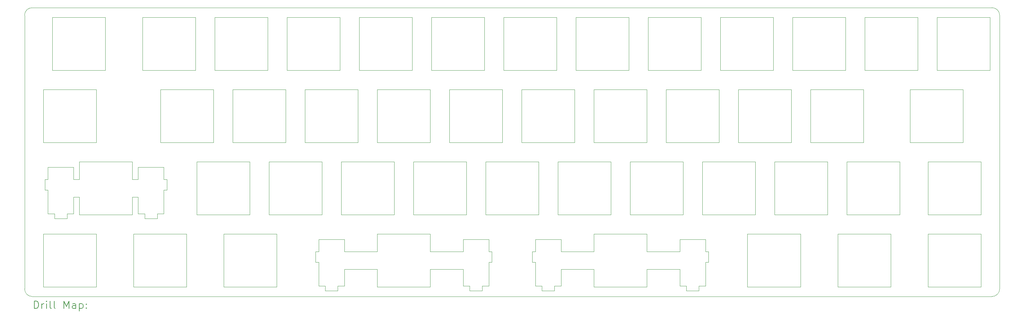
<source format=gbr>
%TF.GenerationSoftware,KiCad,Pcbnew,7.0.7-7.0.7~ubuntu23.04.1*%
%TF.CreationDate,Date%
%TF.ProjectId,plate,706c6174-652e-46b6-9963-61645f706362,rev?*%
%TF.SameCoordinates,Original*%
%TF.FileFunction,Drillmap*%
%TF.FilePolarity,Positive*%
%FSLAX45Y45*%
G04 Gerber Fmt 4.5, Leading zero omitted, Abs format (unit mm)*
G04 Created by KiCad*
%MOMM*%
%LPD*%
G01*
G04 APERTURE LIST*
%ADD10C,0.100000*%
%ADD11C,0.200000*%
G04 APERTURE END LIST*
D10*
X20762609Y-7517285D02*
X22162609Y-7517285D01*
X17905109Y-9422295D02*
X19305109Y-9422295D01*
X14066309Y-5612285D02*
X14066309Y-7012215D01*
X10256309Y-7012215D02*
X8856379Y-7012215D01*
X4779449Y-10352325D02*
X4931999Y-10352325D01*
X18352609Y-11797335D02*
X18352609Y-11327285D01*
X6951379Y-7012215D02*
X6951379Y-5612285D01*
X3379499Y-10352325D02*
X3379499Y-10822235D01*
X22400709Y-12727231D02*
X21000609Y-12727231D01*
X19810109Y-9422295D02*
X21210109Y-9422295D01*
X12666409Y-7012215D02*
X12666409Y-5612285D01*
X7189509Y-12727231D02*
X7189509Y-11327285D01*
X5522629Y-7517285D02*
X6922559Y-7517285D01*
X21000609Y-12727231D02*
X21000609Y-11327285D01*
X14007609Y-12704218D02*
X14180009Y-12704218D01*
X2724518Y-10919245D02*
X3054419Y-10919245D01*
X14262609Y-11797335D02*
X14180009Y-11797335D01*
X5606949Y-9569315D02*
X4931999Y-9569315D01*
X13505009Y-11797335D02*
X12637609Y-11797335D01*
X13677609Y-12704218D02*
X13677609Y-12824245D01*
X4065079Y-5612285D02*
X4065079Y-7012215D01*
X18381409Y-5612285D02*
X19781309Y-5612285D01*
X23591309Y-7012215D02*
X22191409Y-7012215D01*
X11237629Y-7517285D02*
X12637609Y-7517285D01*
X27163009Y-10822235D02*
X25763109Y-10822235D01*
X19220009Y-12257322D02*
X19220009Y-12704218D01*
X21210109Y-9422295D02*
X21210109Y-10822235D01*
X7427629Y-8917215D02*
X7427629Y-7517285D01*
X23382009Y-12727231D02*
X23382009Y-11327285D01*
X5689499Y-9892335D02*
X5606949Y-9892335D01*
X4779449Y-9892335D02*
X4779449Y-9422295D01*
X13142609Y-8917215D02*
X13142609Y-7517285D01*
X13590109Y-10822235D02*
X12190109Y-10822235D01*
X27163009Y-12727231D02*
X25763109Y-12727231D01*
X22667609Y-8917215D02*
X22667609Y-7517285D01*
X4931999Y-10352325D02*
X4931999Y-10799215D01*
X16085009Y-12257322D02*
X16952609Y-12257322D01*
X17876309Y-5612285D02*
X17876309Y-7012215D01*
X19895009Y-12704218D02*
X19895009Y-12077211D01*
X26686909Y-7517285D02*
X26686909Y-8917215D01*
X6208189Y-11327285D02*
X6208189Y-12727231D01*
X16952609Y-8917215D02*
X16952609Y-7517285D01*
X12637609Y-12257322D02*
X13505009Y-12257322D01*
X15410009Y-11474315D02*
X15410009Y-11797335D01*
X20762609Y-8917215D02*
X20762609Y-7517285D01*
X15410009Y-12077211D02*
X15410009Y-12704218D01*
X4808109Y-11327285D02*
X6208189Y-11327285D01*
X11685059Y-9422295D02*
X11685059Y-10822235D01*
X18857609Y-8917215D02*
X18857609Y-7517285D01*
X12637609Y-7517285D02*
X12637609Y-8917215D01*
X4931999Y-9892335D02*
X4779449Y-9892335D01*
X17400109Y-10822235D02*
X16000109Y-10822235D01*
X9867579Y-12704218D02*
X9867579Y-12824245D01*
X19220009Y-11474315D02*
X19220009Y-11797335D01*
X15047609Y-7517285D02*
X16447609Y-7517285D01*
X18381409Y-7012215D02*
X18381409Y-5612285D01*
X24096409Y-7012215D02*
X24096409Y-5612285D01*
X19392609Y-12824245D02*
X19722609Y-12824245D01*
X18857609Y-7517285D02*
X20257609Y-7517285D01*
X7875059Y-10822235D02*
X6475129Y-10822235D01*
X14571409Y-7012215D02*
X14571409Y-5612285D01*
X2551989Y-10799215D02*
X2724518Y-10799215D01*
X2665125Y-5612285D02*
X4065079Y-5612285D01*
X8380129Y-9422295D02*
X9780059Y-9422295D01*
X8351309Y-7012215D02*
X6951379Y-7012215D01*
X2469442Y-9892335D02*
X2469442Y-10172215D01*
X22191409Y-7012215D02*
X22191409Y-5612285D01*
X2136375Y-5359750D02*
G75*
G03*
X1936375Y-5559750I0J-200000D01*
G01*
X18352609Y-8917215D02*
X16952609Y-8917215D01*
X25287009Y-8917215D02*
X25287009Y-7517285D01*
X2427000Y-7517285D02*
X3826949Y-7517285D01*
X2665125Y-7012215D02*
X2665125Y-5612285D01*
X16952609Y-11327285D02*
X16952609Y-11797335D01*
X23115109Y-10822235D02*
X21715109Y-10822235D01*
X16952609Y-12257322D02*
X16952609Y-12727231D01*
X25020109Y-9422295D02*
X25020109Y-10822235D01*
X17400109Y-9422295D02*
X17400109Y-10822235D01*
X14095109Y-10822235D02*
X14095109Y-9422295D01*
X19722609Y-12824245D02*
X19722609Y-12704218D01*
X1936375Y-12779750D02*
X1936375Y-5559750D01*
X19895009Y-11474315D02*
X19220009Y-11474315D01*
X9695039Y-12704218D02*
X9867579Y-12704218D01*
X24067609Y-7517285D02*
X24067609Y-8917215D01*
X14542609Y-8917215D02*
X13142609Y-8917215D01*
X15327509Y-11797335D02*
X15327509Y-12077211D01*
X18352609Y-7517285D02*
X18352609Y-8917215D01*
X7427629Y-7517285D02*
X8827559Y-7517285D01*
X25763109Y-9422295D02*
X27163009Y-9422295D01*
X20286409Y-5612285D02*
X21686309Y-5612285D01*
X24096409Y-5612285D02*
X25496309Y-5612285D01*
X6475129Y-10822235D02*
X6475129Y-9422295D01*
X16952609Y-7517285D02*
X18352609Y-7517285D01*
X3826949Y-7517285D02*
X3826949Y-8917215D01*
X4808109Y-12727231D02*
X4808109Y-11327285D01*
X14262609Y-12077211D02*
X14262609Y-11797335D01*
X5606949Y-10172215D02*
X5689499Y-10172215D01*
X26001409Y-7012215D02*
X26001409Y-5612285D01*
X4931999Y-9569315D02*
X4931999Y-9892335D01*
X19977609Y-11797335D02*
X19895009Y-11797335D01*
X9867579Y-12824245D02*
X10197609Y-12824245D01*
X8827559Y-8917215D02*
X7427629Y-8917215D01*
X19220009Y-11797335D02*
X18352609Y-11797335D01*
X16000109Y-10822235D02*
X16000109Y-9422295D01*
X15327509Y-12077211D02*
X15410009Y-12077211D01*
X3379499Y-10822235D02*
X4779449Y-10822235D01*
X2469442Y-10172215D02*
X2551989Y-10172215D01*
X27653875Y-5559750D02*
X27653875Y-12779750D01*
X16000109Y-9422295D02*
X17400109Y-9422295D01*
X10761379Y-5612285D02*
X12161309Y-5612285D01*
X7875059Y-9422295D02*
X7875059Y-10822235D01*
X9695039Y-12077211D02*
X9695039Y-12704218D01*
X18352609Y-12257322D02*
X19220009Y-12257322D01*
X8856379Y-5612285D02*
X10256309Y-5612285D01*
X3826949Y-12727231D02*
X2427000Y-12727231D01*
X21715109Y-9422295D02*
X23115109Y-9422295D01*
X5522629Y-8917215D02*
X5522629Y-7517285D01*
X13505009Y-11474315D02*
X13505009Y-11797335D01*
X19305109Y-9422295D02*
X19305109Y-10822235D01*
X18352609Y-12727231D02*
X18352609Y-12257322D01*
X12161309Y-7012215D02*
X10761379Y-7012215D01*
X4065079Y-7012215D02*
X2665125Y-7012215D01*
X9780059Y-10822235D02*
X8380129Y-10822235D01*
X3826949Y-8917215D02*
X2427000Y-8917215D01*
X9612489Y-12077211D02*
X9695039Y-12077211D01*
X9332629Y-8917215D02*
X9332629Y-7517285D01*
X8380129Y-10822235D02*
X8380129Y-9422295D01*
X21715109Y-10822235D02*
X21715109Y-9422295D01*
X3379499Y-9892335D02*
X3226949Y-9892335D01*
X16447609Y-7517285D02*
X16447609Y-8917215D01*
X11237629Y-8917215D02*
X11237629Y-7517285D01*
X2551989Y-10172215D02*
X2551989Y-10799215D01*
X25020109Y-10822235D02*
X23620109Y-10822235D01*
X13505009Y-12704218D02*
X13677609Y-12704218D01*
X23591309Y-5612285D02*
X23591309Y-7012215D01*
X21210109Y-10822235D02*
X19810109Y-10822235D01*
X19895009Y-12077211D02*
X19977609Y-12077211D01*
X27163009Y-11327285D02*
X27163009Y-12727231D01*
X19810109Y-10822235D02*
X19810109Y-9422295D01*
X8589439Y-11327285D02*
X8589439Y-12727231D01*
X15047609Y-8917215D02*
X15047609Y-7517285D01*
X27453875Y-12979745D02*
G75*
G03*
X27653875Y-12779750I5J199995D01*
G01*
X25763109Y-12727231D02*
X25763109Y-11327285D01*
X19220009Y-12704218D02*
X19392609Y-12704218D01*
X24781909Y-12727231D02*
X23382009Y-12727231D01*
X5689499Y-10172215D02*
X5689499Y-9892335D01*
X19392609Y-12704218D02*
X19392609Y-12824245D01*
X5046379Y-7012215D02*
X5046379Y-5612285D01*
X24781909Y-11327285D02*
X24781909Y-12727231D01*
X3226949Y-10352325D02*
X3379499Y-10352325D01*
X16476409Y-5612285D02*
X17876309Y-5612285D01*
X2551989Y-9569315D02*
X2551989Y-9892335D01*
X22400709Y-11327285D02*
X22400709Y-12727231D01*
X19781309Y-7012215D02*
X18381409Y-7012215D01*
X16447609Y-8917215D02*
X15047609Y-8917215D01*
X15971309Y-7012215D02*
X14571409Y-7012215D01*
X25287009Y-7517285D02*
X26686909Y-7517285D01*
X14180009Y-12704218D02*
X14180009Y-12077211D01*
X1936375Y-12779750D02*
G75*
G03*
X2136375Y-12979750I200000J0D01*
G01*
X21686309Y-5612285D02*
X21686309Y-7012215D01*
X3054419Y-10799215D02*
X3226949Y-10799215D01*
X19977609Y-12077211D02*
X19977609Y-11797335D01*
X10285129Y-10822235D02*
X10285129Y-9422295D01*
X6208189Y-12727231D02*
X4808109Y-12727231D01*
X26686909Y-8917215D02*
X25287009Y-8917215D01*
X12190109Y-10822235D02*
X12190109Y-9422295D01*
X14180009Y-11797335D02*
X14180009Y-11474315D01*
X6922559Y-8917215D02*
X5522629Y-8917215D01*
X10732559Y-7517285D02*
X10732559Y-8917215D01*
X20257609Y-8917215D02*
X18857609Y-8917215D01*
X11237629Y-11327285D02*
X11237629Y-11797335D01*
X10370009Y-12257322D02*
X11237629Y-12257322D01*
X21000609Y-11327285D02*
X22400709Y-11327285D01*
X15912609Y-12704218D02*
X16085009Y-12704218D01*
X25496309Y-7012215D02*
X24096409Y-7012215D01*
X9695039Y-11797335D02*
X9612489Y-11797335D01*
X16085009Y-11797335D02*
X16085009Y-11474315D01*
X23382009Y-11327285D02*
X24781909Y-11327285D01*
X23620109Y-9422295D02*
X25020109Y-9422295D01*
X13505009Y-12257322D02*
X13505009Y-12704218D01*
X26001409Y-5612285D02*
X27401309Y-5612285D01*
X14571409Y-5612285D02*
X15971309Y-5612285D01*
X27453875Y-5359750D02*
X2136375Y-5359750D01*
X14542609Y-7517285D02*
X14542609Y-8917215D01*
X27163009Y-9422295D02*
X27163009Y-10822235D01*
X15582609Y-12704218D02*
X15582609Y-12824245D01*
X19781309Y-5612285D02*
X19781309Y-7012215D01*
X12637609Y-8917215D02*
X11237629Y-8917215D01*
X22162609Y-7517285D02*
X22162609Y-8917215D01*
X7189509Y-11327285D02*
X8589439Y-11327285D01*
X11237629Y-12727231D02*
X12637609Y-12727231D01*
X11237629Y-11797335D02*
X10370009Y-11797335D01*
X12637609Y-11327285D02*
X11237629Y-11327285D01*
X15495109Y-9422295D02*
X15495109Y-10822235D01*
X8856379Y-7012215D02*
X8856379Y-5612285D01*
X4779449Y-9422295D02*
X3379499Y-9422295D01*
X4931999Y-10799215D02*
X5104389Y-10799215D01*
X20286409Y-7012215D02*
X20286409Y-5612285D01*
X16476409Y-7012215D02*
X16476409Y-5612285D01*
X5606949Y-10799215D02*
X5606949Y-10172215D01*
X14066309Y-7012215D02*
X12666409Y-7012215D01*
X19895009Y-11797335D02*
X19895009Y-11474315D01*
X2427000Y-8917215D02*
X2427000Y-7517285D01*
X2136375Y-12979750D02*
X27453875Y-12979750D01*
X9332629Y-7517285D02*
X10732559Y-7517285D01*
X22667609Y-7517285D02*
X24067609Y-7517285D01*
X22162609Y-8917215D02*
X20762609Y-8917215D01*
X5104389Y-10919245D02*
X5434429Y-10919245D01*
X2724518Y-10799215D02*
X2724518Y-10919245D01*
X16952609Y-12727231D02*
X18352609Y-12727231D01*
X15582609Y-12824245D02*
X15912609Y-12824245D01*
X13677609Y-12824245D02*
X14007609Y-12824245D01*
X24067609Y-8917215D02*
X22667609Y-8917215D01*
X27401309Y-5612285D02*
X27401309Y-7012215D01*
X10370009Y-12704218D02*
X10370009Y-12257322D01*
X10761379Y-7012215D02*
X10761379Y-5612285D01*
X16085009Y-12704218D02*
X16085009Y-12257322D01*
X8351309Y-5612285D02*
X8351309Y-7012215D01*
X10285129Y-9422295D02*
X11685059Y-9422295D01*
X17876309Y-7012215D02*
X16476409Y-7012215D01*
X15912609Y-12824245D02*
X15912609Y-12704218D01*
X8827559Y-7517285D02*
X8827559Y-8917215D01*
X2551989Y-9892335D02*
X2469442Y-9892335D01*
X18352609Y-11327285D02*
X16952609Y-11327285D01*
X10732559Y-8917215D02*
X9332629Y-8917215D01*
X9695039Y-11474315D02*
X9695039Y-11797335D01*
X14180009Y-12077211D02*
X14262609Y-12077211D01*
X3826949Y-11327285D02*
X3826949Y-12727231D01*
X12161309Y-5612285D02*
X12161309Y-7012215D01*
X11685059Y-10822235D02*
X10285129Y-10822235D01*
X10197609Y-12824245D02*
X10197609Y-12704218D01*
X27653880Y-5559750D02*
G75*
G03*
X27453875Y-5359750I-200000J0D01*
G01*
X12666409Y-5612285D02*
X14066309Y-5612285D01*
X12637609Y-11797335D02*
X12637609Y-11327285D01*
X27401309Y-7012215D02*
X26001409Y-7012215D01*
X19305109Y-10822235D02*
X17905109Y-10822235D01*
X6951379Y-5612285D02*
X8351309Y-5612285D01*
X15410009Y-11797335D02*
X15327509Y-11797335D01*
X10197609Y-12704218D02*
X10370009Y-12704218D01*
X3226949Y-9569315D02*
X2551989Y-9569315D01*
X11237629Y-12257322D02*
X11237629Y-12727231D01*
X4779449Y-10822235D02*
X4779449Y-10352325D01*
X14007609Y-12824245D02*
X14007609Y-12704218D01*
X12190109Y-9422295D02*
X13590109Y-9422295D01*
X25763109Y-10822235D02*
X25763109Y-9422295D01*
X14180009Y-11474315D02*
X13505009Y-11474315D01*
X3054419Y-10919245D02*
X3054419Y-10799215D01*
X25496309Y-5612285D02*
X25496309Y-7012215D01*
X10370009Y-11474315D02*
X9695039Y-11474315D01*
X22191409Y-5612285D02*
X23591309Y-5612285D01*
X6446309Y-5612285D02*
X6446309Y-7012215D01*
X25763109Y-11327285D02*
X27163009Y-11327285D01*
X6922559Y-7517285D02*
X6922559Y-8917215D01*
X23115109Y-9422295D02*
X23115109Y-10822235D01*
X15495109Y-10822235D02*
X14095109Y-10822235D01*
X13142609Y-7517285D02*
X14542609Y-7517285D01*
X21686309Y-7012215D02*
X20286409Y-7012215D01*
X6475129Y-9422295D02*
X7875059Y-9422295D01*
X15410009Y-12704218D02*
X15582609Y-12704218D01*
X8589439Y-12727231D02*
X7189509Y-12727231D01*
X6446309Y-7012215D02*
X5046379Y-7012215D01*
X3379499Y-9422295D02*
X3379499Y-9892335D01*
X5046379Y-5612285D02*
X6446309Y-5612285D01*
X5434429Y-10799215D02*
X5606949Y-10799215D01*
X23620109Y-10822235D02*
X23620109Y-9422295D01*
X16085009Y-11474315D02*
X15410009Y-11474315D01*
X10256309Y-5612285D02*
X10256309Y-7012215D01*
X2427000Y-12727231D02*
X2427000Y-11327285D01*
X5434429Y-10919245D02*
X5434429Y-10799215D01*
X19722609Y-12704218D02*
X19895009Y-12704218D01*
X15971309Y-5612285D02*
X15971309Y-7012215D01*
X2427000Y-11327285D02*
X3826949Y-11327285D01*
X9612489Y-11797335D02*
X9612489Y-12077211D01*
X14095109Y-9422295D02*
X15495109Y-9422295D01*
X16952609Y-11797335D02*
X16085009Y-11797335D01*
X17905109Y-10822235D02*
X17905109Y-9422295D01*
X10370009Y-11797335D02*
X10370009Y-11474315D01*
X3226949Y-9892335D02*
X3226949Y-9569315D01*
X20257609Y-7517285D02*
X20257609Y-8917215D01*
X3226949Y-10799215D02*
X3226949Y-10352325D01*
X13590109Y-9422295D02*
X13590109Y-10822235D01*
X12637609Y-12727231D02*
X12637609Y-12257322D01*
X9780059Y-9422295D02*
X9780059Y-10822235D01*
X5104389Y-10799215D02*
X5104389Y-10919245D01*
X5606949Y-9892335D02*
X5606949Y-9569315D01*
D11*
X2192152Y-13296234D02*
X2192152Y-13096234D01*
X2192152Y-13096234D02*
X2239771Y-13096234D01*
X2239771Y-13096234D02*
X2268342Y-13105758D01*
X2268342Y-13105758D02*
X2287390Y-13124805D01*
X2287390Y-13124805D02*
X2296914Y-13143853D01*
X2296914Y-13143853D02*
X2306438Y-13181948D01*
X2306438Y-13181948D02*
X2306438Y-13210519D01*
X2306438Y-13210519D02*
X2296914Y-13248615D01*
X2296914Y-13248615D02*
X2287390Y-13267662D01*
X2287390Y-13267662D02*
X2268342Y-13286710D01*
X2268342Y-13286710D02*
X2239771Y-13296234D01*
X2239771Y-13296234D02*
X2192152Y-13296234D01*
X2392152Y-13296234D02*
X2392152Y-13162900D01*
X2392152Y-13200996D02*
X2401676Y-13181948D01*
X2401676Y-13181948D02*
X2411199Y-13172424D01*
X2411199Y-13172424D02*
X2430247Y-13162900D01*
X2430247Y-13162900D02*
X2449295Y-13162900D01*
X2515961Y-13296234D02*
X2515961Y-13162900D01*
X2515961Y-13096234D02*
X2506438Y-13105758D01*
X2506438Y-13105758D02*
X2515961Y-13115281D01*
X2515961Y-13115281D02*
X2525485Y-13105758D01*
X2525485Y-13105758D02*
X2515961Y-13096234D01*
X2515961Y-13096234D02*
X2515961Y-13115281D01*
X2639771Y-13296234D02*
X2620723Y-13286710D01*
X2620723Y-13286710D02*
X2611199Y-13267662D01*
X2611199Y-13267662D02*
X2611199Y-13096234D01*
X2744533Y-13296234D02*
X2725485Y-13286710D01*
X2725485Y-13286710D02*
X2715961Y-13267662D01*
X2715961Y-13267662D02*
X2715961Y-13096234D01*
X2973104Y-13296234D02*
X2973104Y-13096234D01*
X2973104Y-13096234D02*
X3039771Y-13239091D01*
X3039771Y-13239091D02*
X3106437Y-13096234D01*
X3106437Y-13096234D02*
X3106437Y-13296234D01*
X3287390Y-13296234D02*
X3287390Y-13191472D01*
X3287390Y-13191472D02*
X3277866Y-13172424D01*
X3277866Y-13172424D02*
X3258818Y-13162900D01*
X3258818Y-13162900D02*
X3220723Y-13162900D01*
X3220723Y-13162900D02*
X3201676Y-13172424D01*
X3287390Y-13286710D02*
X3268342Y-13296234D01*
X3268342Y-13296234D02*
X3220723Y-13296234D01*
X3220723Y-13296234D02*
X3201676Y-13286710D01*
X3201676Y-13286710D02*
X3192152Y-13267662D01*
X3192152Y-13267662D02*
X3192152Y-13248615D01*
X3192152Y-13248615D02*
X3201676Y-13229567D01*
X3201676Y-13229567D02*
X3220723Y-13220043D01*
X3220723Y-13220043D02*
X3268342Y-13220043D01*
X3268342Y-13220043D02*
X3287390Y-13210519D01*
X3382628Y-13162900D02*
X3382628Y-13362900D01*
X3382628Y-13172424D02*
X3401676Y-13162900D01*
X3401676Y-13162900D02*
X3439771Y-13162900D01*
X3439771Y-13162900D02*
X3458818Y-13172424D01*
X3458818Y-13172424D02*
X3468342Y-13181948D01*
X3468342Y-13181948D02*
X3477866Y-13200996D01*
X3477866Y-13200996D02*
X3477866Y-13258138D01*
X3477866Y-13258138D02*
X3468342Y-13277186D01*
X3468342Y-13277186D02*
X3458818Y-13286710D01*
X3458818Y-13286710D02*
X3439771Y-13296234D01*
X3439771Y-13296234D02*
X3401676Y-13296234D01*
X3401676Y-13296234D02*
X3382628Y-13286710D01*
X3563580Y-13277186D02*
X3573104Y-13286710D01*
X3573104Y-13286710D02*
X3563580Y-13296234D01*
X3563580Y-13296234D02*
X3554057Y-13286710D01*
X3554057Y-13286710D02*
X3563580Y-13277186D01*
X3563580Y-13277186D02*
X3563580Y-13296234D01*
X3563580Y-13172424D02*
X3573104Y-13181948D01*
X3573104Y-13181948D02*
X3563580Y-13191472D01*
X3563580Y-13191472D02*
X3554057Y-13181948D01*
X3554057Y-13181948D02*
X3563580Y-13172424D01*
X3563580Y-13172424D02*
X3563580Y-13191472D01*
M02*

</source>
